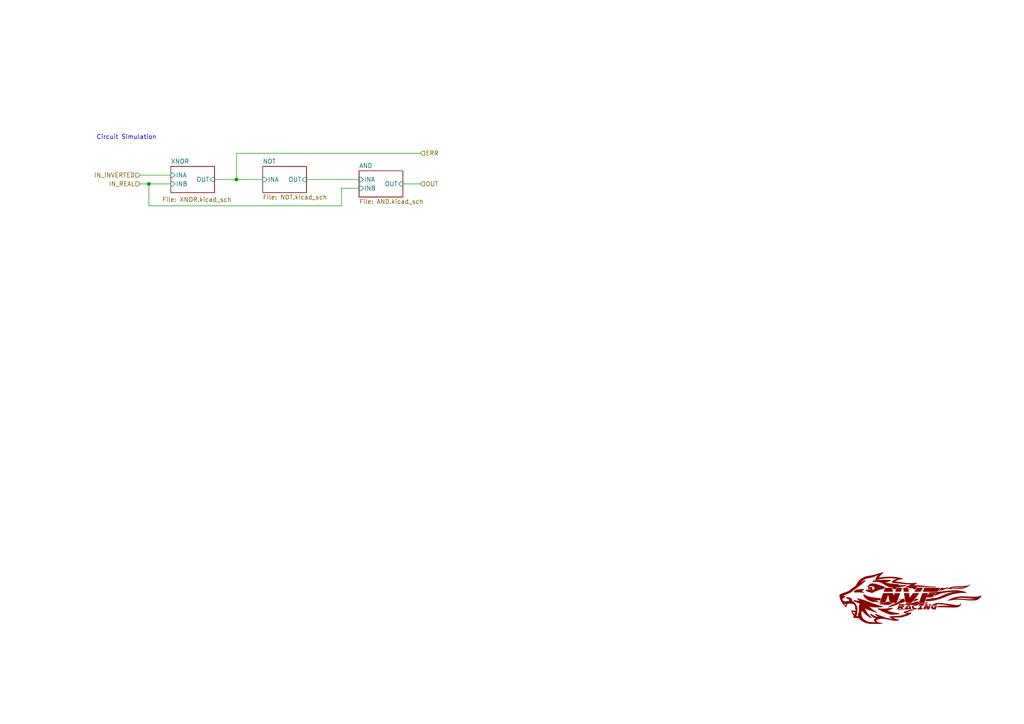
<source format=kicad_sch>
(kicad_sch (version 20230121) (generator eeschema)
  (paper "A4")
  (title_block (title "Dashboard Indicators") (date "2024-01-29") (rev "1"))
  (lib_symbols
    (symbol "NVF-Kicad:NVF-Logo" (pin_names (offset 1.016)))
  )
  (junction (at 43.18 53.34))
  (junction (at 68.58 52.07))
  (wire (pts (xy 116.84 53.34) (xy 121.92 53.34)))
  (wire (pts (xy 40.64 50.8) (xy 49.53 50.8)))
  (wire (pts (xy 68.58 52.07) (xy 76.2 52.07)))
  (wire (pts (xy 40.64 53.34) (xy 43.18 53.34)))
  (wire (pts (xy 104.14 54.61) (xy 99.06 54.61)))
  (wire (pts (xy 43.18 59.69) (xy 43.18 53.34)))
  (wire (pts (xy 43.18 53.34) (xy 49.53 53.34)))
  (wire (pts (xy 68.58 52.07) (xy 68.58 44.45)))
  (wire (pts (xy 68.58 44.45) (xy 121.92 44.45)))
  (wire (pts (xy 99.06 54.61) (xy 99.06 59.69)))
  (wire (pts (xy 62.23 52.07) (xy 68.58 52.07)))
  (wire (pts (xy 99.06 59.69) (xy 43.18 59.69)))
  (wire (pts (xy 88.9 52.07) (xy 104.14 52.07)))
  (text "Circuit Simulation" (at 27.94 40.64 0) (effects (font (size 1.27 1.27)) (justify left bottom)))
  (hierarchical_label "IN_REAL" (shape input) (at 40.64 53.34 180))
  (hierarchical_label "ERR" (shape input) (at 121.92 44.45 0))
  (hierarchical_label "IN_INVERTED" (shape input) (at 40.64 50.8 180))
  (hierarchical_label "OUT" (shape input) (at 121.92 53.34 0))
  (symbol (lib_id "NVF-Kicad:NVF-Logo") (at 264.16 177.8 0) (unit 1)
    (property "Reference" "#G101" (effects hide))
    (property "Value" "LOGO" (effects hide))
    (instances (project "Dashboard-Indicators" (path "" (reference "#G101") (unit 1)) (path "" (reference "#G1201") (unit 1)) (path "" (reference "#G1301") (unit 1)) (path "" (reference "#G1701") (unit 1))))
  )
  (sheet (at 49.53 48.26) (size 12.7 7.62) (stroke (width 0.1524))
    (property "Sheetname" "XNOR" (at 49.53 47.5484 0) (effects (justify left bottom)))
    (property "Sheetfile" "XNOR.kicad_sch" (at 46.99 57.15 0) (effects (justify left top)))
    (pin "INB" input (at 49.53 53.34 180))
    (pin "INA" input (at 49.53 50.8 180))
    (pin "OUT" input (at 62.23 52.07 0))
  )
  (sheet (at 76.2 48.26) (size 12.7 7.62) (stroke (width 0.1524))
    (property "Sheetname" "NOT" (at 76.2 47.5484 0) (effects (justify left bottom)))
    (property "Sheetfile" "NOT.kicad_sch" (at 76.2 56.4646 0) (effects (justify left top)))
    (pin "OUT" input (at 88.9 52.07 0))
    (pin "INA" input (at 76.2 52.07 180))
  )
  (sheet (at 104.14 49.53) (size 12.7 7.62) (stroke (width 0.1524))
    (property "Sheetname" "AND" (at 104.14 48.8184 0) (effects (justify left bottom)))
    (property "Sheetfile" "AND.kicad_sch" (at 104.14 57.7346 0) (effects (justify left top)))
    (pin "INA" input (at 104.14 52.07 180))
    (pin "INB" input (at 104.14 54.61 180))
    (pin "OUT" input (at 116.84 53.34 0))
  )
)
</source>
